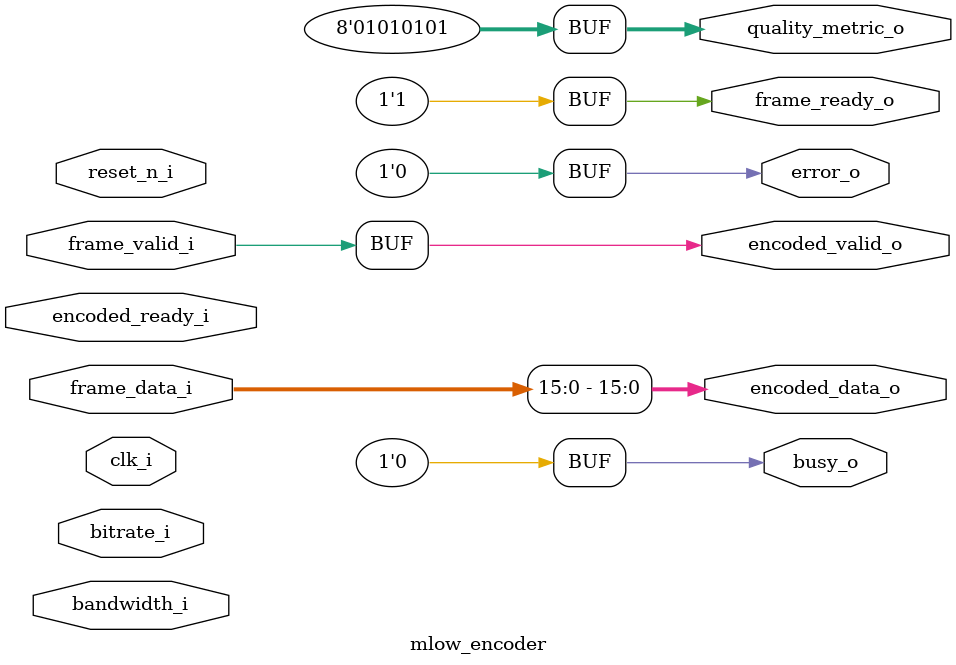
<source format=sv>

module mlow_encoder #(
    parameter int FRAME_SIZE = 480,
    parameter int LPC_ORDER = 16,
    parameter int SUBBAND_COUNT = 2
) (
    // Clock and Reset
    input  logic        clk_i,
    input  logic        reset_n_i,
    
    // Frame input interface
    input  logic [FRAME_SIZE*16-1:0] frame_data_i,
    input  logic        frame_valid_i,
    output logic        frame_ready_o,
    
    // Encoded output interface
    output logic [15:0] encoded_data_o,
    output logic        encoded_valid_o,
    input  logic        encoded_ready_i,
    
    // Control interface
    input  logic [15:0] bitrate_i,
    input  logic [1:0]  bandwidth_i,
    
    // Status interface
    output logic        busy_o,
    output logic        error_o,
    output logic [7:0]  quality_metric_o
);

    //=============================================================================
    // Placeholder Implementation
    //=============================================================================
    
    // TODO: Replace with actual encoder implementation
    // Current implementation: simple pass-through for testing
    
    // Frame ready (always ready for placeholder)
    assign frame_ready_o = 1'b1;
    
    // Simple pass-through (first sample only)
    assign encoded_data_o = frame_data_i[0*16 +: 16];
    assign encoded_valid_o = frame_valid_i;
    
    // Status signals
    assign busy_o = 1'b0;  // Not busy in placeholder
    assign error_o = 1'b0; // No errors in placeholder
    assign quality_metric_o = 8'd85; // Placeholder quality metric

endmodule : mlow_encoder 
</source>
